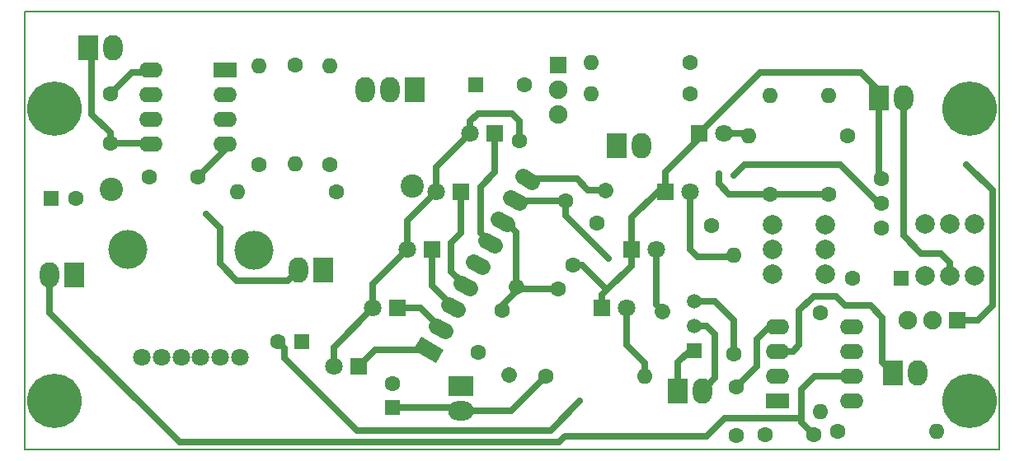
<source format=gtl>
G04 #@! TF.FileFunction,Copper,L1,Top,Signal*
%FSLAX46Y46*%
G04 Gerber Fmt 4.6, Leading zero omitted, Abs format (unit mm)*
G04 Created by KiCad (PCBNEW 4.0.7) date 03/19/18 22:43:46*
%MOMM*%
%LPD*%
G01*
G04 APERTURE LIST*
%ADD10C,0.100000*%
%ADD11C,0.150000*%
%ADD12C,1.800000*%
%ADD13C,4.000000*%
%ADD14C,2.400000*%
%ADD15C,1.600000*%
%ADD16R,1.800000X1.800000*%
%ADD17O,1.900000X1.900000*%
%ADD18O,1.600000X1.600000*%
%ADD19R,1.600000X1.600000*%
%ADD20R,2.600000X2.000000*%
%ADD21O,2.600000X2.000000*%
%ADD22R,2.000000X2.600000*%
%ADD23O,2.000000X2.600000*%
%ADD24C,1.600000*%
%ADD25C,2.000000*%
%ADD26R,2.400000X1.600000*%
%ADD27O,2.400000X1.600000*%
%ADD28C,5.600000*%
%ADD29C,1.520000*%
%ADD30R,1.520000X1.520000*%
%ADD31C,0.600000*%
%ADD32C,0.700000*%
G04 APERTURE END LIST*
D10*
D11*
X118725000Y-73910000D02*
X118725000Y-118910000D01*
X218725000Y-73910000D02*
X118725000Y-73910000D01*
X218725000Y-118910000D02*
X118725000Y-118910000D01*
X218725000Y-73910000D02*
X218725000Y-118910000D01*
D12*
X130745000Y-109420000D03*
X132745000Y-109420000D03*
X134745000Y-109420000D03*
X136745000Y-109420000D03*
X138745000Y-109420000D03*
X140745000Y-109420000D03*
D13*
X129245000Y-98320000D03*
X142245000Y-98420000D03*
D14*
X158470000Y-91795000D03*
X127570000Y-92145000D03*
D15*
X206670000Y-96145000D03*
X206670000Y-93605000D03*
X206670000Y-91065000D03*
D16*
X173470000Y-79395000D03*
D17*
X173470000Y-81935000D03*
X173470000Y-84475000D03*
D16*
X214470000Y-105645000D03*
D17*
X211930000Y-105645000D03*
X209390000Y-105645000D03*
D15*
X200420000Y-104845000D03*
D18*
X200420000Y-115005000D03*
D19*
X156470000Y-114645000D03*
D15*
X156470000Y-112145000D03*
D19*
X164970000Y-81395000D03*
D15*
X169970000Y-81395000D03*
X177470000Y-95645000D03*
X174970000Y-99975127D03*
D19*
X208720000Y-101295000D03*
D15*
X203720000Y-101295000D03*
X167720000Y-104645000D03*
X165220000Y-108975127D03*
D19*
X147170000Y-107845000D03*
D15*
X144670000Y-107845000D03*
D19*
X121420000Y-93095000D03*
D15*
X123920000Y-93095000D03*
X131470000Y-90895000D03*
X136470000Y-90895000D03*
X127470000Y-82395000D03*
X127470000Y-87395000D03*
X191720000Y-117495000D03*
X191720000Y-112495000D03*
X199720000Y-117445000D03*
X194720000Y-117445000D03*
D16*
X177970000Y-104395000D03*
D12*
X180510000Y-104395000D03*
D16*
X187970000Y-86395000D03*
D12*
X190510000Y-86395000D03*
D16*
X184470000Y-92395000D03*
D12*
X187010000Y-92395000D03*
D16*
X180970000Y-98395000D03*
D12*
X183510000Y-98395000D03*
D16*
X152970000Y-110395000D03*
D12*
X150430000Y-110395000D03*
D16*
X156970000Y-104395000D03*
D12*
X154430000Y-104395000D03*
D16*
X160470000Y-98395000D03*
D12*
X157930000Y-98395000D03*
D16*
X163470000Y-92395000D03*
D12*
X160930000Y-92395000D03*
D16*
X166970000Y-86395000D03*
D12*
X164430000Y-86395000D03*
D20*
X163470000Y-112395000D03*
D21*
X163470000Y-114935000D03*
D22*
X158720000Y-81895000D03*
D23*
X156180000Y-81895000D03*
X153640000Y-81895000D03*
D22*
X185720000Y-112895000D03*
D23*
X188260000Y-112895000D03*
D22*
X179470000Y-87645000D03*
D23*
X182010000Y-87645000D03*
D22*
X149370000Y-100445000D03*
D23*
X146830000Y-100445000D03*
D22*
X123770000Y-100995000D03*
D23*
X121230000Y-100995000D03*
D22*
X125220000Y-77645000D03*
D23*
X127760000Y-77645000D03*
D22*
X207870000Y-111095000D03*
D23*
X210410000Y-111095000D03*
D22*
X206370000Y-82795000D03*
D23*
X208910000Y-82795000D03*
D15*
X172220000Y-111395000D03*
D18*
X182380000Y-111395000D03*
D15*
X203220000Y-86645000D03*
D18*
X193060000Y-86645000D03*
D15*
X149970000Y-89645000D03*
D18*
X149970000Y-79485000D03*
D15*
X142720000Y-89645000D03*
D18*
X142720000Y-79485000D03*
D15*
X191470000Y-109145000D03*
D18*
X191470000Y-98985000D03*
D15*
X150720000Y-92395000D03*
D18*
X140560000Y-92395000D03*
D15*
X146470000Y-79395000D03*
D18*
X146470000Y-89555000D03*
D15*
X189220000Y-95895000D03*
D24*
X184140000Y-104693818D02*
X184140000Y-104693818D01*
D15*
X186970000Y-79145000D03*
D18*
X176810000Y-79145000D03*
D15*
X186970000Y-82395000D03*
D18*
X176810000Y-82395000D03*
D15*
X173470000Y-102395000D03*
D24*
X168390000Y-111193818D02*
X168390000Y-111193818D01*
D15*
X201220000Y-92645000D03*
D18*
X201220000Y-82485000D03*
D15*
X195220000Y-92645000D03*
D18*
X195220000Y-82485000D03*
D15*
X169470000Y-87145000D03*
D24*
X178268818Y-92225000D02*
X178268818Y-92225000D01*
D15*
X202170000Y-117095000D03*
D18*
X212330000Y-117095000D03*
D15*
X174220000Y-93395000D03*
D24*
X169140000Y-102193818D02*
X169140000Y-102193818D01*
D25*
X213720000Y-95695000D03*
X213720000Y-101095000D03*
X211180000Y-101095000D03*
X211180000Y-95695000D03*
X216260000Y-95695000D03*
X216260000Y-101095000D03*
X200920000Y-98395000D03*
X195520000Y-98395000D03*
X195520000Y-95855000D03*
X200920000Y-95855000D03*
X200920000Y-100935000D03*
X195520000Y-100935000D03*
D26*
X139220000Y-79895000D03*
D27*
X131600000Y-87515000D03*
X139220000Y-82435000D03*
X131600000Y-84975000D03*
X139220000Y-84975000D03*
X131600000Y-82435000D03*
X139220000Y-87515000D03*
X131600000Y-79895000D03*
D10*
G36*
X158570866Y-108711638D02*
X159370866Y-107325998D01*
X161709134Y-108675998D01*
X160909134Y-110061638D01*
X158570866Y-108711638D01*
X158570866Y-108711638D01*
G37*
D24*
X160933686Y-106219114D02*
X161886314Y-106769114D01*
X162203686Y-104019409D02*
X163156314Y-104569409D01*
X163473686Y-101819705D02*
X164426314Y-102369705D01*
X164743686Y-99620000D02*
X165696314Y-100170000D01*
X166013686Y-97420295D02*
X166966314Y-97970295D01*
X167283686Y-95220591D02*
X168236314Y-95770591D01*
X168553686Y-93020886D02*
X169506314Y-93570886D01*
X169823686Y-90821182D02*
X170776314Y-91371182D01*
D26*
X196020000Y-113895000D03*
D27*
X203640000Y-106275000D03*
X196020000Y-111355000D03*
X203640000Y-108815000D03*
X196020000Y-108815000D03*
X203640000Y-111355000D03*
X196020000Y-106275000D03*
X203640000Y-113895000D03*
D28*
X215720000Y-83895000D03*
X121720000Y-83895000D03*
X121720000Y-113895000D03*
X215720000Y-113895000D03*
D29*
X187420000Y-106205000D03*
X187420000Y-103665000D03*
D30*
X187420000Y-108745000D03*
D31*
X175670000Y-113945000D03*
X137270000Y-94745000D03*
X215370000Y-89595000D03*
X191470000Y-90745000D03*
X178670000Y-99295000D03*
X189970000Y-90595000D03*
D32*
X187420000Y-108745000D02*
X186970000Y-108745000D01*
X186970000Y-108745000D02*
X185720000Y-109995000D01*
X185720000Y-109995000D02*
X185720000Y-112895000D01*
X156470000Y-114645000D02*
X163180000Y-114645000D01*
X163180000Y-114645000D02*
X163470000Y-114935000D01*
X163470000Y-114935000D02*
X168680000Y-114935000D01*
X168680000Y-114935000D02*
X172220000Y-111395000D01*
X178268818Y-92225000D02*
X176550000Y-92225000D01*
X175421182Y-91096182D02*
X170300000Y-91096182D01*
X176550000Y-92225000D02*
X175421182Y-91096182D01*
X206370000Y-82795000D02*
X206370000Y-81995000D01*
X206370000Y-81995000D02*
X204520000Y-80145000D01*
X194220000Y-80145000D02*
X187970000Y-86395000D01*
X204520000Y-80145000D02*
X194220000Y-80145000D01*
X206370000Y-82795000D02*
X206370000Y-90765000D01*
X206370000Y-90765000D02*
X206670000Y-91065000D01*
X127470000Y-87395000D02*
X131480000Y-87395000D01*
X131480000Y-87395000D02*
X131600000Y-87515000D01*
X196020000Y-108815000D02*
X197600000Y-108815000D01*
X206720000Y-109945000D02*
X207870000Y-111095000D01*
X206720000Y-105345000D02*
X206720000Y-109945000D01*
X205520000Y-104145000D02*
X206720000Y-105345000D01*
X202970000Y-104145000D02*
X205520000Y-104145000D01*
X201970000Y-103145000D02*
X202970000Y-104145000D01*
X199720000Y-103145000D02*
X201970000Y-103145000D01*
X198220000Y-104645000D02*
X199720000Y-103145000D01*
X198220000Y-108195000D02*
X198220000Y-104645000D01*
X197600000Y-108815000D02*
X198220000Y-108195000D01*
X127470000Y-87395000D02*
X127470000Y-86345000D01*
X125570000Y-84445000D02*
X125570000Y-77995000D01*
X127470000Y-86345000D02*
X125570000Y-84445000D01*
X125570000Y-77995000D02*
X125220000Y-77645000D01*
X174970000Y-99975127D02*
X175950127Y-99975127D01*
X175950127Y-99975127D02*
X178495000Y-102520000D01*
X180970000Y-98395000D02*
X180970000Y-100045000D01*
X177970000Y-103045000D02*
X177970000Y-104395000D01*
X180970000Y-100045000D02*
X178495000Y-102520000D01*
X178495000Y-102520000D02*
X177970000Y-103045000D01*
X184470000Y-92395000D02*
X183670000Y-92395000D01*
X183670000Y-92395000D02*
X180970000Y-95095000D01*
X180970000Y-95095000D02*
X180970000Y-98395000D01*
X187970000Y-86395000D02*
X187970000Y-86895000D01*
X187970000Y-86895000D02*
X184470000Y-90395000D01*
X184470000Y-90395000D02*
X184470000Y-92395000D01*
X165220000Y-99895000D02*
X165220000Y-100395000D01*
X144670000Y-107845000D02*
X145370000Y-108545000D01*
X145370000Y-109495000D02*
X145370000Y-108545000D01*
X152820000Y-116945000D02*
X145370000Y-109495000D01*
X172670000Y-116945000D02*
X152820000Y-116945000D01*
X175670000Y-113945000D02*
X172670000Y-116945000D01*
X196020000Y-106275000D02*
X195140000Y-106275000D01*
X195140000Y-106275000D02*
X193870000Y-107545000D01*
X193870000Y-110345000D02*
X191720000Y-112495000D01*
X193870000Y-107545000D02*
X193870000Y-110345000D01*
X145730000Y-101545000D02*
X146830000Y-100445000D01*
X140470000Y-101545000D02*
X145730000Y-101545000D01*
X138720000Y-99795000D02*
X140470000Y-101545000D01*
X138720000Y-96195000D02*
X138720000Y-99795000D01*
X137270000Y-94745000D02*
X138720000Y-96195000D01*
X139220000Y-87515000D02*
X139220000Y-88145000D01*
X139220000Y-88145000D02*
X136470000Y-90895000D01*
X174070000Y-117695000D02*
X174020000Y-117695000D01*
X193370000Y-115695000D02*
X190570000Y-115695000D01*
X190570000Y-115695000D02*
X189470000Y-116795000D01*
X189470000Y-116795000D02*
X188720000Y-117545000D01*
X188720000Y-117545000D02*
X174220000Y-117545000D01*
X174220000Y-117545000D02*
X174070000Y-117695000D01*
X198420000Y-115695000D02*
X193370000Y-115695000D01*
X121230000Y-104855000D02*
X121230000Y-100995000D01*
X134570000Y-118195000D02*
X121230000Y-104855000D01*
X173520000Y-118195000D02*
X134570000Y-118195000D01*
X174020000Y-117695000D02*
X173520000Y-118195000D01*
X203640000Y-111355000D02*
X199810000Y-111355000D01*
X198420000Y-116145000D02*
X199720000Y-117445000D01*
X198420000Y-112745000D02*
X198420000Y-115695000D01*
X198420000Y-115695000D02*
X198420000Y-116145000D01*
X199810000Y-111355000D02*
X198420000Y-112745000D01*
X127470000Y-82395000D02*
X129720000Y-80145000D01*
X129720000Y-80145000D02*
X131350000Y-80145000D01*
X131350000Y-80145000D02*
X131600000Y-79895000D01*
X173470000Y-102395000D02*
X169341182Y-102395000D01*
X169341182Y-102395000D02*
X169140000Y-102193818D01*
X169140000Y-102193818D02*
X169140000Y-102675000D01*
X169140000Y-102675000D02*
X167470000Y-104345000D01*
X169188818Y-102145000D02*
X169140000Y-102193818D01*
X167760000Y-95495591D02*
X168070591Y-95495591D01*
X168070591Y-95495591D02*
X169140000Y-96565000D01*
X169140000Y-96565000D02*
X169140000Y-102193818D01*
X180510000Y-104395000D02*
X180510000Y-108185000D01*
X182380000Y-110055000D02*
X182380000Y-111395000D01*
X180510000Y-108185000D02*
X182380000Y-110055000D01*
X190510000Y-86395000D02*
X192810000Y-86395000D01*
X192810000Y-86395000D02*
X193060000Y-86645000D01*
X187010000Y-92395000D02*
X187010000Y-98355000D01*
X187800000Y-99145000D02*
X191310000Y-99145000D01*
X187010000Y-98355000D02*
X187800000Y-99145000D01*
X191310000Y-99145000D02*
X191470000Y-98985000D01*
X183510000Y-98395000D02*
X183510000Y-104063818D01*
X183510000Y-104063818D02*
X184140000Y-104693818D01*
X160140000Y-108693818D02*
X154671182Y-108693818D01*
X154671182Y-108693818D02*
X152970000Y-110395000D01*
X169470000Y-87145000D02*
X169470000Y-85145000D01*
X164430000Y-85185000D02*
X164430000Y-86395000D01*
X165220000Y-84395000D02*
X164430000Y-85185000D01*
X168720000Y-84395000D02*
X165220000Y-84395000D01*
X169470000Y-85145000D02*
X168720000Y-84395000D01*
X160930000Y-92395000D02*
X160930000Y-89895000D01*
X160930000Y-89895000D02*
X164430000Y-86395000D01*
X157930000Y-98395000D02*
X157930000Y-95395000D01*
X157930000Y-95395000D02*
X160930000Y-92395000D01*
X154430000Y-104395000D02*
X154430000Y-101895000D01*
X154430000Y-101895000D02*
X157930000Y-98395000D01*
X150430000Y-110395000D02*
X150430000Y-108395000D01*
X150430000Y-108395000D02*
X154430000Y-104395000D01*
X156970000Y-104395000D02*
X159310886Y-104395000D01*
X159310886Y-104395000D02*
X161410000Y-106494114D01*
X160470000Y-98395000D02*
X160470000Y-102084409D01*
X160470000Y-102084409D02*
X162680000Y-104294409D01*
X163470000Y-92395000D02*
X163470000Y-96645000D01*
X162470000Y-100614705D02*
X163950000Y-102094705D01*
X162470000Y-97645000D02*
X162470000Y-100614705D01*
X163470000Y-96645000D02*
X162470000Y-97645000D01*
X166490000Y-97695295D02*
X166490000Y-97665000D01*
X166490000Y-97665000D02*
X165470000Y-96645000D01*
X165470000Y-96645000D02*
X165470000Y-91895000D01*
X165470000Y-91895000D02*
X166970000Y-90395000D01*
X166970000Y-90395000D02*
X166970000Y-86395000D01*
X187420000Y-106205000D02*
X188730000Y-106205000D01*
X189570000Y-111585000D02*
X188260000Y-112895000D01*
X189570000Y-107045000D02*
X189570000Y-111585000D01*
X188730000Y-106205000D02*
X189570000Y-107045000D01*
X214470000Y-105645000D02*
X216570000Y-105645000D01*
X218070000Y-92295000D02*
X215370000Y-89595000D01*
X218070000Y-104145000D02*
X218070000Y-92295000D01*
X216570000Y-105645000D02*
X218070000Y-104145000D01*
X208910000Y-82795000D02*
X208910000Y-96935000D01*
X208910000Y-96935000D02*
X210720000Y-98745000D01*
X210720000Y-98745000D02*
X212770000Y-98745000D01*
X212770000Y-98745000D02*
X213720000Y-99695000D01*
X213720000Y-99695000D02*
X213720000Y-101095000D01*
X174220000Y-93395000D02*
X174220000Y-94845000D01*
X202420000Y-89595000D02*
X206430000Y-93605000D01*
X192620000Y-89595000D02*
X202420000Y-89595000D01*
X191470000Y-90745000D02*
X192620000Y-89595000D01*
X174220000Y-94845000D02*
X178670000Y-99295000D01*
X206430000Y-93605000D02*
X206670000Y-93605000D01*
X174220000Y-93395000D02*
X173470000Y-93395000D01*
X173470000Y-93395000D02*
X173470000Y-93395000D01*
X173470000Y-93395000D02*
X169129114Y-93395000D01*
X169129114Y-93395000D02*
X169030000Y-93295886D01*
X187420000Y-103665000D02*
X189540000Y-103665000D01*
X191470000Y-105595000D02*
X191470000Y-109145000D01*
X189540000Y-103665000D02*
X191470000Y-105595000D01*
X189970000Y-91595000D02*
X189970000Y-90595000D01*
X191020000Y-92645000D02*
X189970000Y-91595000D01*
X195220000Y-92645000D02*
X191020000Y-92645000D01*
X201220000Y-92645000D02*
X195220000Y-92645000D01*
M02*

</source>
